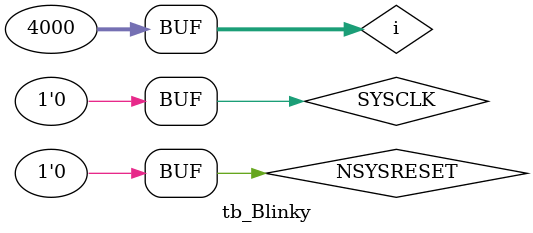
<source format=v>
`timescale 1ns/100ps

module tb_Blinky;

parameter SYSCLK_PERIOD = 10;

reg SYSCLK;
reg NSYSRESET;

wire O_led;

integer i ;

initial
begin
    SYSCLK = 1'b0;
    NSYSRESET = 1'b1;
	
	#30;
	NSYSRESET = 1'b0;
end

/*iverilog */
initial
begin            
    $dumpfile("tb_Blinky.vcd");        //生成的vcd文件名称
    $dumpvars(0, tb_Blinky);    //tb模块名称
end
/*iverilog */
	
	initial begin
		#0;
		for(i = 0; i < 4000;i = i + 1)begin
			SYSCLK = !SYSCLK;
			#5;
		end
	end

Blinky Blinky_ut0 (
    // Inputs
    .reset( NSYSRESET ),
    .clock( SYSCLK ),

    // Outputs
    .io_led0( O_led )
);

endmodule
</source>
